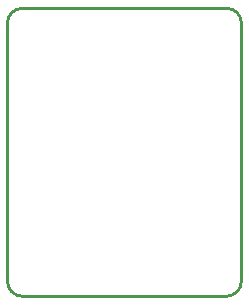
<source format=gko>
G04 Layer: BoardOutline*
G04 EasyEDA v6.2.46, 2019-12-26T15:44:02--5:00*
G04 111d7bdae86b4e7985bcd74f00d2b945,ad3383c819c44bf79b2f5f1fb32db82d,10*
G04 Gerber Generator version 0.2*
G04 Scale: 100 percent, Rotated: No, Reflected: No *
G04 Dimensions in inches *
G04 leading zeros omitted , absolute positions ,2 integer and 4 decimal *
%FSLAX24Y24*%
%MOIN*%
G90*
G70D02*

%ADD10C,0.010000*%
G54D10*
G75*
G01X500Y0D02*
G02X0Y500I0J500D01*
G01*
G75*
G01X7800Y500D02*
G02X7300Y0I-500J0D01*
G01*
G75*
G01X7300Y9600D02*
G02X7800Y9100I0J-500D01*
G01*
G75*
G01X0Y9100D02*
G02X500Y9600I500J0D01*
G01*
G01X500Y0D02*
G01X7300Y0D01*
G01X7800Y500D02*
G01X7800Y9100D01*
G01X7300Y9600D02*
G01X500Y9600D01*
G01X0Y9100D02*
G01X0Y500D01*

%LPD*%
M00*
M02*

</source>
